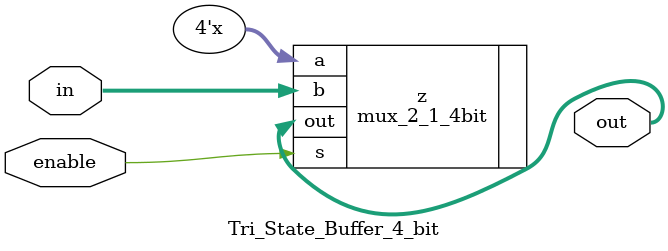
<source format=v>
`timescale 1ns / 1ps
`include "mux_2_1_4bit.v"
module Tri_State_Buffer_4_bit(
	input enable,
	input [3:0]in,
	output [3:0]out
   );

	mux_2_1_4bit z (
		.a(4'bzzzz),
		.b(in),
		.s(enable),
		.out(out)
	);
	


endmodule

</source>
